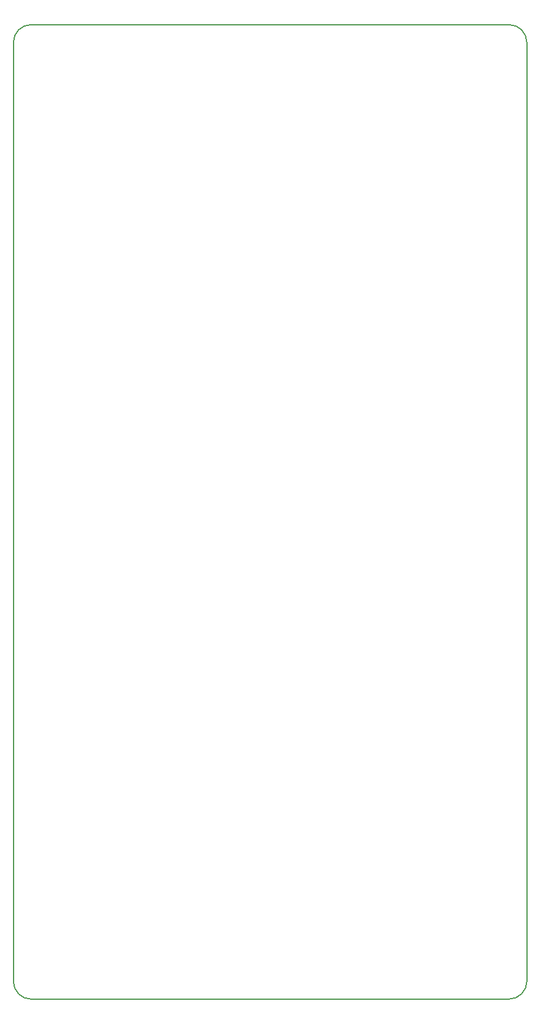
<source format=gbr>
G04 DipTrace 2.4.0.2*
%INBoardOutline.gbr*%
%MOIN*%
%ADD11C,0.006*%
%FSLAX44Y44*%
G04*
G70*
G90*
G75*
G01*
%LNBoardOutline*%
%LPD*%
X1000Y0D2*
D11*
X28000D1*
G03X29000Y1000I0J1000D01*
G01*
Y54000D1*
G03X28000Y55000I-1000J0D01*
G01*
X1000D1*
G03X0Y54000I0J-1000D01*
G01*
Y1000D1*
G03X1000Y0I1000J0D01*
G01*
M02*

</source>
